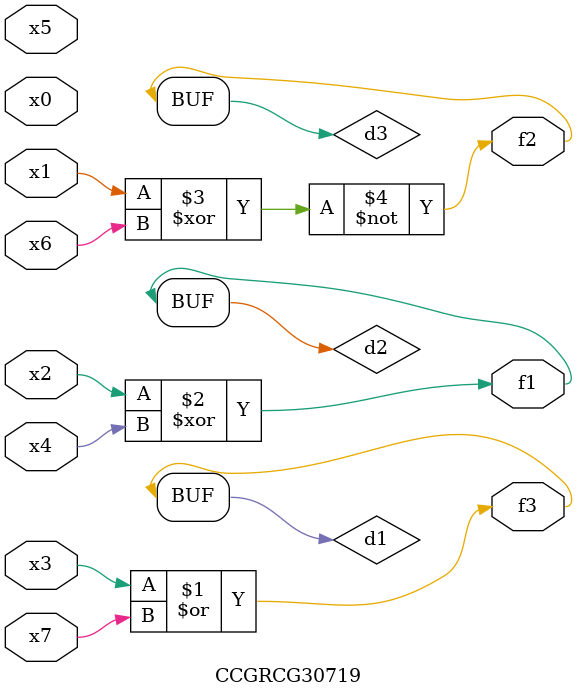
<source format=v>
module CCGRCG30719(
	input x0, x1, x2, x3, x4, x5, x6, x7,
	output f1, f2, f3
);

	wire d1, d2, d3;

	or (d1, x3, x7);
	xor (d2, x2, x4);
	xnor (d3, x1, x6);
	assign f1 = d2;
	assign f2 = d3;
	assign f3 = d1;
endmodule

</source>
